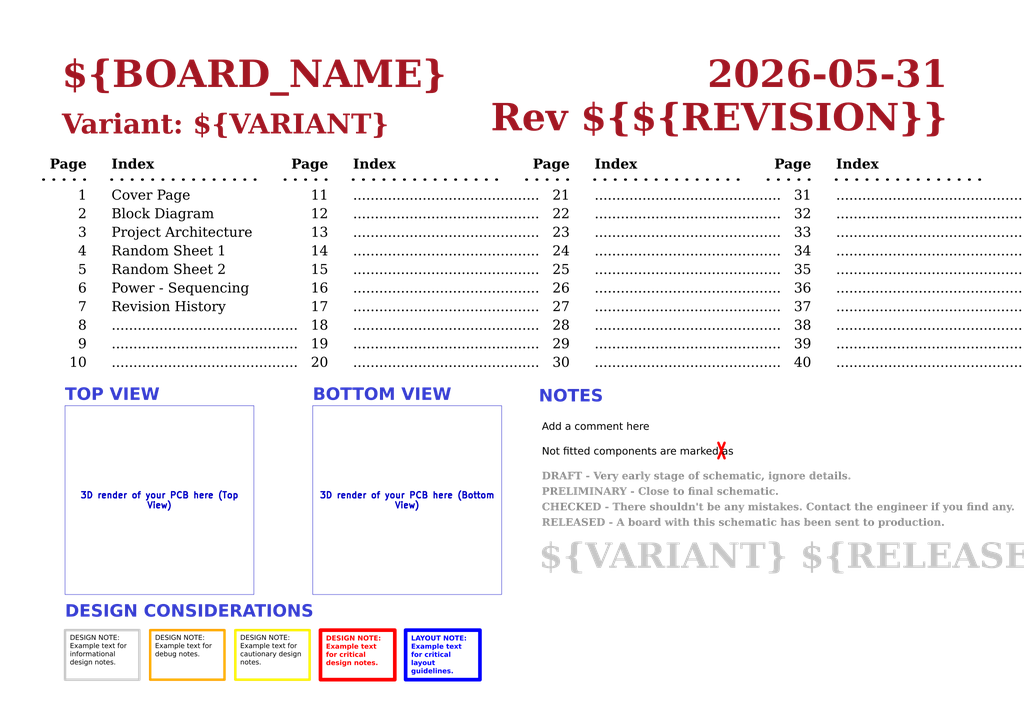
<source format=kicad_sch>
(kicad_sch
	(version 20250114)
	(generator "eeschema")
	(generator_version "9.0")
	(uuid "0650c7a8-acba-429c-9f8e-eec0baf0bc1c")
	(paper "A3")
	(title_block
		(title "Sheet Title A")
		(date "Last Modified Date")
		(rev "${REVISION}")
		(company "${COMPANY}")
	)
	(lib_symbols)
	(text "9"
		(exclude_from_sim no)
		(at 35.56 144.78 0)
		(effects
			(font
				(face "Times New Roman")
				(size 4 4)
				(color 0 0 0 1)
			)
			(justify right bottom)
			(href "#9")
		)
		(uuid "0171ecc8-df6f-418e-95ea-db73cf975716")
	)
	(text "BOTTOM VIEW"
		(exclude_from_sim no)
		(at 128.27 166.37 0)
		(effects
			(font
				(face "Arial")
				(size 5 5)
				(bold yes)
				(color 53 60 207 1)
			)
			(justify left bottom)
		)
		(uuid "041ff709-0f5e-466e-adab-d03afffd90b7")
	)
	(text "..........................................."
		(exclude_from_sim no)
		(at 243.84 99.06 0)
		(effects
			(font
				(face "Times New Roman")
				(size 4 4)
				(color 0 0 0 1)
			)
			(justify left bottom)
			(href "#23")
		)
		(uuid "0647f622-b644-4538-802a-42edf8cdccc5")
	)
	(text "13"
		(exclude_from_sim no)
		(at 134.62 99.06 0)
		(effects
			(font
				(face "Times New Roman")
				(size 4 4)
				(color 0 0 0 1)
			)
			(justify right bottom)
			(href "#13")
		)
		(uuid "09a9f005-609a-4854-9ba5-f5a5e7b8d7c7")
	)
	(text "RELEASED - A board with this schematic has been sent to production."
		(exclude_from_sim no)
		(at 222.25 217.17 0)
		(effects
			(font
				(face "Times New Roman")
				(size 3 3)
				(thickness 0.6)
				(bold yes)
				(color 140 140 140 1)
			)
			(justify left bottom)
		)
		(uuid "10cbc67f-d688-44d7-9e2b-bee41b99ad5c")
	)
	(text "Page"
		(exclude_from_sim no)
		(at 332.74 71.12 0)
		(effects
			(font
				(face "Times New Roman")
				(size 4 4)
				(bold yes)
				(color 0 0 0 1)
			)
			(justify right bottom)
		)
		(uuid "1b60c0cc-bf04-4615-8796-1ecc890b346a")
	)
	(text "TOP VIEW"
		(exclude_from_sim no)
		(at 26.67 166.37 0)
		(effects
			(font
				(face "Arial")
				(size 5 5)
				(bold yes)
				(color 53 60 207 1)
			)
			(justify left bottom)
		)
		(uuid "1c033b5c-f50d-4e0f-94c4-59e72fb244de")
	)
	(text "3"
		(exclude_from_sim no)
		(at 35.56 99.06 0)
		(effects
			(font
				(face "Times New Roman")
				(size 4 4)
				(color 0 0 0 1)
			)
			(justify right bottom)
			(href "#3")
		)
		(uuid "1dd16a1b-b3b8-42a1-b678-3a7b261e7284")
	)
	(text "38"
		(exclude_from_sim no)
		(at 332.74 137.16 0)
		(effects
			(font
				(face "Times New Roman")
				(size 4 4)
				(color 0 0 0 1)
			)
			(justify right bottom)
			(href "#38")
		)
		(uuid "2d20025d-61e4-451d-b51e-153fedc44d68")
	)
	(text "..........................................."
		(exclude_from_sim no)
		(at 45.72 152.4 0)
		(effects
			(font
				(face "Times New Roman")
				(size 4 4)
				(color 0 0 0 1)
			)
			(justify left bottom)
			(href "#10")
		)
		(uuid "2df49b6e-980f-4a01-ab23-c61ed27bd1b8")
	)
	(text "..........................................."
		(exclude_from_sim no)
		(at 45.72 144.78 0)
		(effects
			(font
				(face "Times New Roman")
				(size 4 4)
				(color 0 0 0 1)
			)
			(justify left bottom)
			(href "#9")
		)
		(uuid "319dfe95-cf7d-4b95-aa65-2f948d7bd6bc")
	)
	(text "..........................................."
		(exclude_from_sim no)
		(at 45.72 137.16 0)
		(effects
			(font
				(face "Times New Roman")
				(size 4 4)
				(color 0 0 0 1)
			)
			(justify left bottom)
			(href "#8")
		)
		(uuid "339f13bd-0896-43a1-925e-733e36e395bd")
	)
	(text "..........................................."
		(exclude_from_sim no)
		(at 144.78 121.92 0)
		(effects
			(font
				(face "Times New Roman")
				(size 4 4)
				(color 0 0 0 1)
			)
			(justify left bottom)
			(href "#16")
		)
		(uuid "34c28277-d6a5-4104-8740-b78485a8ff4c")
	)
	(text "1"
		(exclude_from_sim no)
		(at 35.56 83.82 0)
		(effects
			(font
				(face "Times New Roman")
				(size 4 4)
				(color 0 0 0 1)
			)
			(justify right bottom)
			(href "#1")
		)
		(uuid "3691ab49-6c05-4886-869a-12221f52fdee")
	)
	(text "Not fitted components are marked as"
		(exclude_from_sim no)
		(at 222.25 187.96 0)
		(effects
			(font
				(face "Arial")
				(size 3 3)
				(color 0 0 0 1)
			)
			(justify left bottom)
		)
		(uuid "3e121d9b-11e9-4895-9779-ade93d5b2a88")
	)
	(text "..........................................."
		(exclude_from_sim no)
		(at 243.84 152.4 0)
		(effects
			(font
				(face "Times New Roman")
				(size 4 4)
				(color 0 0 0 1)
			)
			(justify left bottom)
			(href "#30")
		)
		(uuid "41bb0f90-1135-4d50-9d44-9fb04444ecf6")
	)
	(text "Index"
		(exclude_from_sim no)
		(at 45.72 71.12 0)
		(effects
			(font
				(face "Times New Roman")
				(size 4 4)
				(bold yes)
				(color 0 0 0 1)
			)
			(justify left bottom)
		)
		(uuid "44841f0e-187c-41b9-a570-9f74973319c9")
	)
	(text "..........................................."
		(exclude_from_sim no)
		(at 144.78 99.06 0)
		(effects
			(font
				(face "Times New Roman")
				(size 4 4)
				(color 0 0 0 1)
			)
			(justify left bottom)
			(href "#13")
		)
		(uuid "461ef4aa-5f24-4935-a427-92bbc78a05f3")
	)
	(text "Index"
		(exclude_from_sim no)
		(at 144.78 71.12 0)
		(effects
			(font
				(face "Times New Roman")
				(size 4 4)
				(bold yes)
				(color 0 0 0 1)
			)
			(justify left bottom)
		)
		(uuid "4773b195-e777-483d-bd5a-5b18be14b485")
	)
	(text "27"
		(exclude_from_sim no)
		(at 233.68 129.54 0)
		(effects
			(font
				(face "Times New Roman")
				(size 4 4)
				(color 0 0 0 1)
			)
			(justify right bottom)
			(href "#27")
		)
		(uuid "47e5ef3a-a936-4417-8e04-a70df1a04676")
	)
	(text "15"
		(exclude_from_sim no)
		(at 134.62 114.3 0)
		(effects
			(font
				(face "Times New Roman")
				(size 4 4)
				(color 0 0 0 1)
			)
			(justify right bottom)
			(href "#15")
		)
		(uuid "48cae9b2-9935-4ee2-a962-685c04325434")
	)
	(text "6"
		(exclude_from_sim no)
		(at 35.56 121.92 0)
		(effects
			(font
				(face "Times New Roman")
				(size 4 4)
				(color 0 0 0 1)
			)
			(justify right bottom)
			(href "#6")
		)
		(uuid "4aa9b67c-c657-48d1-abb0-497faf20008a")
	)
	(text "PRELIMINARY - Close to final schematic."
		(exclude_from_sim no)
		(at 222.25 204.47 0)
		(effects
			(font
				(face "Times New Roman")
				(size 3 3)
				(thickness 0.6)
				(bold yes)
				(color 140 140 140 1)
			)
			(justify left bottom)
		)
		(uuid "4b75d6be-e2b4-4862-a5fd-f3239bff6734")
	)
	(text "24"
		(exclude_from_sim no)
		(at 233.68 106.68 0)
		(effects
			(font
				(face "Times New Roman")
				(size 4 4)
				(color 0 0 0 1)
			)
			(justify right bottom)
			(href "#24")
		)
		(uuid "4d10b8f7-ee9d-4539-987e-2871a213b2d6")
	)
	(text "${VARIANT} ${RELEASE_DATE}"
		(exclude_from_sim no)
		(at 220.98 237.49 0)
		(effects
			(font
				(face "Times New Roman")
				(size 10.16 10.16)
				(thickness 0.6)
				(bold yes)
				(color 200 200 200 1)
			)
			(justify left bottom)
		)
		(uuid "4f144e11-d681-45f3-b92d-dea6c28023e4")
	)
	(text "Page"
		(exclude_from_sim no)
		(at 35.56 71.12 0)
		(effects
			(font
				(face "Times New Roman")
				(size 4 4)
				(bold yes)
				(color 0 0 0 1)
			)
			(justify right bottom)
		)
		(uuid "5216de6a-28ab-4e49-a422-9fd32d8fed67")
	)
	(text "Random Sheet 1"
		(exclude_from_sim no)
		(at 45.72 106.68 0)
		(effects
			(font
				(face "Times New Roman")
				(size 4 4)
				(color 0 0 0 1)
			)
			(justify left bottom)
			(href "#4")
		)
		(uuid "547bb3ec-bec4-4b68-a38e-2ac56be29bd3")
	)
	(text "..........................................."
		(exclude_from_sim no)
		(at 243.84 129.54 0)
		(effects
			(font
				(face "Times New Roman")
				(size 4 4)
				(color 0 0 0 1)
			)
			(justify left bottom)
			(href "#27")
		)
		(uuid "598c6218-39d7-40a8-878a-842531c6a754")
	)
	(text "8"
		(exclude_from_sim no)
		(at 35.56 137.16 0)
		(effects
			(font
				(face "Times New Roman")
				(size 4 4)
				(color 0 0 0 1)
			)
			(justify right bottom)
			(href "#8")
		)
		(uuid "5dd35c87-2aeb-4c16-ab79-fbda71c4347a")
	)
	(text "14"
		(exclude_from_sim no)
		(at 134.62 106.68 0)
		(effects
			(font
				(face "Times New Roman")
				(size 4 4)
				(color 0 0 0 1)
			)
			(justify right bottom)
			(href "#14")
		)
		(uuid "5e529423-56be-4ad0-9794-38b960fa0634")
	)
	(text "..........................................."
		(exclude_from_sim no)
		(at 342.9 137.16 0)
		(effects
			(font
				(face "Times New Roman")
				(size 4 4)
				(color 0 0 0 1)
			)
			(justify left bottom)
			(href "#38")
		)
		(uuid "5ec61f31-3c66-4623-97e5-d26d3b9bb1be")
	)
	(text "..........................................."
		(exclude_from_sim no)
		(at 342.9 152.4 0)
		(effects
			(font
				(face "Times New Roman")
				(size 4 4)
				(color 0 0 0 1)
			)
			(justify left bottom)
			(href "#40")
		)
		(uuid "65f25bf1-cc7d-4807-9afa-0a0ac612f9b3")
	)
	(text "23"
		(exclude_from_sim no)
		(at 233.68 99.06 0)
		(effects
			(font
				(face "Times New Roman")
				(size 4 4)
				(color 0 0 0 1)
			)
			(justify right bottom)
			(href "#23")
		)
		(uuid "68aaa364-f788-45fb-b731-7b1eda7a6c6c")
	)
	(text "Index"
		(exclude_from_sim no)
		(at 243.84 71.12 0)
		(effects
			(font
				(face "Times New Roman")
				(size 4 4)
				(bold yes)
				(color 0 0 0 1)
			)
			(justify left bottom)
		)
		(uuid "6eee427d-5608-4f64-99d8-6d8e4391a6b0")
	)
	(text "..........................................."
		(exclude_from_sim no)
		(at 342.9 91.44 0)
		(effects
			(font
				(face "Times New Roman")
				(size 4 4)
				(color 0 0 0 1)
			)
			(justify left bottom)
			(href "#32")
		)
		(uuid "71058a62-023a-4e0a-b0c4-c0fb8bf95cc8")
	)
	(text "5"
		(exclude_from_sim no)
		(at 35.56 114.3 0)
		(effects
			(font
				(face "Times New Roman")
				(size 4 4)
				(color 0 0 0 1)
			)
			(justify right bottom)
			(href "#5")
		)
		(uuid "718e4830-a352-43f0-b9c5-1495032b5970")
	)
	(text "${CURRENT_DATE}"
		(exclude_from_sim no)
		(at 388.62 40.64 0)
		(effects
			(font
				(face "Times New Roman")
				(size 11 11)
				(thickness 1)
				(bold yes)
				(color 162 22 34 1)
			)
			(justify right bottom)
		)
		(uuid "752b8016-2b6c-433a-9e5a-755eac1f800d")
	)
	(text "26"
		(exclude_from_sim no)
		(at 233.68 121.92 0)
		(effects
			(font
				(face "Times New Roman")
				(size 4 4)
				(color 0 0 0 1)
			)
			(justify right bottom)
			(href "#26")
		)
		(uuid "78da4ba2-8c96-4e51-9a03-b14367dceea0")
	)
	(text "16"
		(exclude_from_sim no)
		(at 134.62 121.92 0)
		(effects
			(font
				(face "Times New Roman")
				(size 4 4)
				(color 0 0 0 1)
			)
			(justify right bottom)
			(href "#16")
		)
		(uuid "7a577aea-9c53-4431-8f38-6cd521e907d0")
	)
	(text "10"
		(exclude_from_sim no)
		(at 35.56 152.4 0)
		(effects
			(font
				(face "Times New Roman")
				(size 4 4)
				(color 0 0 0 1)
			)
			(justify right bottom)
			(href "#10")
		)
		(uuid "7caa34f0-df91-4ed4-bb8e-ff81315f8c93")
	)
	(text "35"
		(exclude_from_sim no)
		(at 332.74 114.3 0)
		(effects
			(font
				(face "Times New Roman")
				(size 4 4)
				(color 0 0 0 1)
			)
			(justify right bottom)
			(href "#35")
		)
		(uuid "7d4a16f6-fc91-424a-bffd-707dc25afa40")
	)
	(text "18"
		(exclude_from_sim no)
		(at 134.62 137.16 0)
		(effects
			(font
				(face "Times New Roman")
				(size 4 4)
				(color 0 0 0 1)
			)
			(justify right bottom)
			(href "#18")
		)
		(uuid "7d4de17d-b484-45d2-95af-1050fc297950")
	)
	(text "33"
		(exclude_from_sim no)
		(at 332.74 99.06 0)
		(effects
			(font
				(face "Times New Roman")
				(size 4 4)
				(color 0 0 0 1)
			)
			(justify right bottom)
			(href "#33")
		)
		(uuid "7fd97343-03c5-4f22-a59e-bc2d9fd9af23")
	)
	(text "Variant: ${VARIANT}"
		(exclude_from_sim no)
		(at 25.4 58.42 0)
		(effects
			(font
				(face "Times New Roman")
				(size 8 8)
				(thickness 1)
				(bold yes)
				(color 162 22 34 1)
			)
			(justify left bottom)
		)
		(uuid "832c6231-94ea-4718-8f70-96006b71efdf")
	)
	(text "4"
		(exclude_from_sim no)
		(at 35.56 106.68 0)
		(effects
			(font
				(face "Times New Roman")
				(size 4 4)
				(color 0 0 0 1)
			)
			(justify right bottom)
			(href "#4")
		)
		(uuid "8d802a1e-8c90-4592-9cec-00ce1173b8bd")
	)
	(text "11"
		(exclude_from_sim no)
		(at 134.62 83.82 0)
		(effects
			(font
				(face "Times New Roman")
				(size 4 4)
				(color 0 0 0 1)
			)
			(justify right bottom)
			(href "#11")
		)
		(uuid "8d827c06-285c-46bc-8024-d46f4098d9e5")
	)
	(text "Rev ${REVISION}"
		(exclude_from_sim no)
		(at 388.62 58.42 0)
		(effects
			(font
				(face "Times New Roman")
				(size 11 11)
				(thickness 1)
				(bold yes)
				(color 162 22 34 1)
			)
			(justify right bottom)
		)
		(uuid "9008c96f-82fa-4b3f-88a3-9ae35f59090b")
	)
	(text "..........................................."
		(exclude_from_sim no)
		(at 243.84 106.68 0)
		(effects
			(font
				(face "Times New Roman")
				(size 4 4)
				(color 0 0 0 1)
			)
			(justify left bottom)
			(href "#24")
		)
		(uuid "91ef4a1a-faaf-4d16-b090-6e6451092c3a")
	)
	(text "28"
		(exclude_from_sim no)
		(at 233.68 137.16 0)
		(effects
			(font
				(face "Times New Roman")
				(size 4 4)
				(color 0 0 0 1)
			)
			(justify right bottom)
			(href "#28")
		)
		(uuid "9310b062-10e2-49af-a22c-1c9854a7f3f0")
	)
	(text "..........................................."
		(exclude_from_sim no)
		(at 243.84 144.78 0)
		(effects
			(font
				(face "Times New Roman")
				(size 4 4)
				(color 0 0 0 1)
			)
			(justify left bottom)
			(href "#29")
		)
		(uuid "93713c73-3aba-4b0b-9f3c-b37ab3721f94")
	)
	(text "..........................................."
		(exclude_from_sim no)
		(at 243.84 91.44 0)
		(effects
			(font
				(face "Times New Roman")
				(size 4 4)
				(color 0 0 0 1)
			)
			(justify left bottom)
			(href "#22")
		)
		(uuid "93b242cb-0b6a-48cc-a920-659ba5a2d4b9")
	)
	(text "..........................................."
		(exclude_from_sim no)
		(at 342.9 144.78 0)
		(effects
			(font
				(face "Times New Roman")
				(size 4 4)
				(color 0 0 0 1)
			)
			(justify left bottom)
			(href "#39")
		)
		(uuid "9413d17b-fd74-4a56-8014-ec2904184d8a")
	)
	(text "Random Sheet 2"
		(exclude_from_sim no)
		(at 45.72 114.3 0)
		(effects
			(font
				(face "Times New Roman")
				(size 4 4)
				(color 0 0 0 1)
			)
			(justify left bottom)
			(href "#5")
		)
		(uuid "9413d28a-c2b4-4d73-ae2d-68b4717d1b67")
	)
	(text "Page"
		(exclude_from_sim no)
		(at 233.68 71.12 0)
		(effects
			(font
				(face "Times New Roman")
				(size 4 4)
				(bold yes)
				(color 0 0 0 1)
			)
			(justify right bottom)
		)
		(uuid "959ea2a5-595d-4c64-a44e-f0c1c6497852")
	)
	(text "..........................................."
		(exclude_from_sim no)
		(at 144.78 144.78 0)
		(effects
			(font
				(face "Times New Roman")
				(size 4 4)
				(color 0 0 0 1)
			)
			(justify left bottom)
			(href "#19")
		)
		(uuid "9d747571-2a3a-41dd-b7ab-0c07afaa5df1")
	)
	(text "..........................................."
		(exclude_from_sim no)
		(at 144.78 83.82 0)
		(effects
			(font
				(face "Times New Roman")
				(size 4 4)
				(color 0 0 0 1)
			)
			(justify left bottom)
			(href "#11")
		)
		(uuid "9e3e9ac8-468f-4f09-9650-682992859fd0")
	)
	(text "..........................................."
		(exclude_from_sim no)
		(at 144.78 129.54 0)
		(effects
			(font
				(face "Times New Roman")
				(size 4 4)
				(color 0 0 0 1)
			)
			(justify left bottom)
			(href "#17")
		)
		(uuid "a2bb1bed-8e4e-4038-8b4e-99f9457f4c30")
	)
	(text "31"
		(exclude_from_sim no)
		(at 332.74 83.82 0)
		(effects
			(font
				(face "Times New Roman")
				(size 4 4)
				(color 0 0 0 1)
			)
			(justify right bottom)
			(href "#31")
		)
		(uuid "a8eb70a2-f43e-480c-afdf-7e91507527a7")
	)
	(text "36"
		(exclude_from_sim no)
		(at 332.74 121.92 0)
		(effects
			(font
				(face "Times New Roman")
				(size 4 4)
				(color 0 0 0 1)
			)
			(justify right bottom)
			(href "#36")
		)
		(uuid "a95a57c3-0ec4-4b96-8edf-d46ee18a4a8e")
	)
	(text "..........................................."
		(exclude_from_sim no)
		(at 243.84 137.16 0)
		(effects
			(font
				(face "Times New Roman")
				(size 4 4)
				(color 0 0 0 1)
			)
			(justify left bottom)
			(href "#28")
		)
		(uuid "ad40278e-f3e6-4c25-8fa4-1f4e3918f822")
	)
	(text "22"
		(exclude_from_sim no)
		(at 233.68 91.44 0)
		(effects
			(font
				(face "Times New Roman")
				(size 4 4)
				(color 0 0 0 1)
			)
			(justify right bottom)
			(href "#22")
		)
		(uuid "ada746a9-1ac8-4ba5-b1f0-e040d6c0fa14")
	)
	(text "..........................................."
		(exclude_from_sim no)
		(at 144.78 114.3 0)
		(effects
			(font
				(face "Times New Roman")
				(size 4 4)
				(color 0 0 0 1)
			)
			(justify left bottom)
			(href "#15")
		)
		(uuid "ae6c0242-f9a8-4717-86dd-2d27e5dc9018")
	)
	(text "..........................................."
		(exclude_from_sim no)
		(at 342.9 83.82 0)
		(effects
			(font
				(face "Times New Roman")
				(size 4 4)
				(color 0 0 0 1)
			)
			(justify left bottom)
			(href "#31")
		)
		(uuid "b39085c9-1ebe-4dab-a6c1-54ab08707fbf")
	)
	(text "25"
		(exclude_from_sim no)
		(at 233.68 114.3 0)
		(effects
			(font
				(face "Times New Roman")
				(size 4 4)
				(color 0 0 0 1)
			)
			(justify right bottom)
			(href "#25")
		)
		(uuid "b3f10ccd-dd30-4e1a-9a39-191e590211cc")
	)
	(text "${BOARD_NAME}"
		(exclude_from_sim no)
		(at 25.4 40.64 0)
		(effects
			(font
				(face "Times New Roman")
				(size 11 11)
				(thickness 1)
				(bold yes)
				(color 162 22 34 1)
			)
			(justify left bottom)
		)
		(uuid "b5491481-138f-4748-8f60-dc51e3284b98")
	)
	(text "..........................................."
		(exclude_from_sim no)
		(at 243.84 121.92 0)
		(effects
			(font
				(face "Times New Roman")
				(size 4 4)
				(color 0 0 0 1)
			)
			(justify left bottom)
			(href "#26")
		)
		(uuid "b55022f1-bde3-45d1-ab63-474a18aef763")
	)
	(text "..........................................."
		(exclude_from_sim no)
		(at 342.9 106.68 0)
		(effects
			(font
				(face "Times New Roman")
				(size 4 4)
				(color 0 0 0 1)
			)
			(justify left bottom)
			(href "#34")
		)
		(uuid "b5c8bc07-6a7e-4ec3-955b-9e6a13622c4e")
	)
	(text "37"
		(exclude_from_sim no)
		(at 332.74 129.54 0)
		(effects
			(font
				(face "Times New Roman")
				(size 4 4)
				(color 0 0 0 1)
			)
			(justify right bottom)
			(href "#37")
		)
		(uuid "baff535e-40df-4979-8ad1-9d6e8282e1a0")
	)
	(text "Page"
		(exclude_from_sim no)
		(at 134.62 71.12 0)
		(effects
			(font
				(face "Times New Roman")
				(size 4 4)
				(bold yes)
				(color 0 0 0 1)
			)
			(justify right bottom)
		)
		(uuid "beb5ee3d-ad62-4c0c-ab18-390f8e3c78c4")
	)
	(text "DRAFT - Very early stage of schematic, ignore details."
		(exclude_from_sim no)
		(at 222.25 198.12 0)
		(effects
			(font
				(face "Times New Roman")
				(size 3 3)
				(thickness 0.6)
				(bold yes)
				(color 140 140 140 1)
			)
			(justify left bottom)
		)
		(uuid "c1828499-d221-4dc2-9c7b-c9d850654d5e")
	)
	(text "..........................................."
		(exclude_from_sim no)
		(at 144.78 106.68 0)
		(effects
			(font
				(face "Times New Roman")
				(size 4 4)
				(color 0 0 0 1)
			)
			(justify left bottom)
			(href "#14")
		)
		(uuid "c492727f-a5a2-4efb-9f13-b55fb4c5125a")
	)
	(text "Index"
		(exclude_from_sim no)
		(at 342.9 71.12 0)
		(effects
			(font
				(face "Times New Roman")
				(size 4 4)
				(bold yes)
				(color 0 0 0 1)
			)
			(justify left bottom)
		)
		(uuid "c52bc9e5-2c42-41e6-ae08-fabef868928a")
	)
	(text "Power - Sequencing"
		(exclude_from_sim no)
		(at 45.72 121.92 0)
		(effects
			(font
				(face "Times New Roman")
				(size 4 4)
				(color 0 0 0 1)
			)
			(justify left bottom)
			(href "#6")
		)
		(uuid "c787ff5d-5d58-4a12-8967-dc99673505b9")
	)
	(text "..........................................."
		(exclude_from_sim no)
		(at 342.9 121.92 0)
		(effects
			(font
				(face "Times New Roman")
				(size 4 4)
				(color 0 0 0 1)
			)
			(justify left bottom)
			(href "#36")
		)
		(uuid "c8a13f8e-6347-4971-97e9-3bbacc8fb0b5")
	)
	(text "..........................................."
		(exclude_from_sim no)
		(at 342.9 114.3 0)
		(effects
			(font
				(face "Times New Roman")
				(size 4 4)
				(color 0 0 0 1)
			)
			(justify left bottom)
			(href "#35")
		)
		(uuid "c932f64b-e011-46ca-8efc-bb2f186e8b13")
	)
	(text "Block Diagram"
		(exclude_from_sim no)
		(at 45.72 91.44 0)
		(effects
			(font
				(face "Times New Roman")
				(size 4 4)
				(color 0 0 0 1)
			)
			(justify left bottom)
			(href "#2")
		)
		(uuid "caeb7f52-f34e-4432-b129-9207069a1ad5")
	)
	(text "19"
		(exclude_from_sim no)
		(at 134.62 144.78 0)
		(effects
			(font
				(face "Times New Roman")
				(size 4 4)
				(color 0 0 0 1)
			)
			(justify right bottom)
			(href "#19")
		)
		(uuid "cbf7eaea-8009-4ccd-9079-9d687b9a3603")
	)
	(text "30"
		(exclude_from_sim no)
		(at 233.68 152.4 0)
		(effects
			(font
				(face "Times New Roman")
				(size 4 4)
				(color 0 0 0 1)
			)
			(justify right bottom)
			(href "#30")
		)
		(uuid "cea38a57-40f7-465f-b054-ff626e3218d0")
	)
	(text "7"
		(exclude_from_sim no)
		(at 35.56 129.54 0)
		(effects
			(font
				(face "Times New Roman")
				(size 4 4)
				(color 0 0 0 1)
			)
			(justify right bottom)
			(href "#7")
		)
		(uuid "cf9779c0-4a62-4a6f-9127-07f6919e9e8d")
	)
	(text "..........................................."
		(exclude_from_sim no)
		(at 243.84 114.3 0)
		(effects
			(font
				(face "Times New Roman")
				(size 4 4)
				(color 0 0 0 1)
			)
			(justify left bottom)
			(href "#25")
		)
		(uuid "d06fb69a-43a5-466c-8174-3edde239a7c0")
	)
	(text "12"
		(exclude_from_sim no)
		(at 134.62 91.44 0)
		(effects
			(font
				(face "Times New Roman")
				(size 4 4)
				(color 0 0 0 1)
			)
			(justify right bottom)
			(href "#12")
		)
		(uuid "d450aa41-7115-44ab-9cc7-2fa118545b00")
	)
	(text "21"
		(exclude_from_sim no)
		(at 233.68 83.82 0)
		(effects
			(font
				(face "Times New Roman")
				(size 4 4)
				(color 0 0 0 1)
			)
			(justify right bottom)
			(href "#21")
		)
		(uuid "d7ac5948-93ba-4038-95c3-cb73c27df74a")
	)
	(text "Add a comment here"
		(exclude_from_sim no)
		(at 222.25 177.8 0)
		(effects
			(font
				(face "Arial")
				(size 3 3)
				(color 0 0 0 1)
			)
			(justify left bottom)
		)
		(uuid "d8d8425a-4141-4ddb-8e75-262db2d23ce8")
	)
	(text "2"
		(exclude_from_sim no)
		(at 35.56 91.44 0)
		(effects
			(font
				(face "Times New Roman")
				(size 4 4)
				(color 0 0 0 1)
			)
			(justify right bottom)
			(href "#2")
		)
		(uuid "dca5e168-6a76-4eb2-b335-e6c030ded824")
	)
	(text "39"
		(exclude_from_sim no)
		(at 332.74 144.78 0)
		(effects
			(font
				(face "Times New Roman")
				(size 4 4)
				(color 0 0 0 1)
			)
			(justify right bottom)
			(href "#39")
		)
		(uuid "e216870b-45fe-49b3-8e55-d9668eb9df44")
	)
	(text "..........................................."
		(exclude_from_sim no)
		(at 144.78 137.16 0)
		(effects
			(font
				(face "Times New Roman")
				(size 4 4)
				(color 0 0 0 1)
			)
			(justify left bottom)
			(href "#18")
		)
		(uuid "e518f3ad-92c7-4755-8883-22916bfc7d1f")
	)
	(text "..........................................."
		(exclude_from_sim no)
		(at 342.9 99.06 0)
		(effects
			(font
				(face "Times New Roman")
				(size 4 4)
				(color 0 0 0 1)
			)
			(justify left bottom)
			(href "#33")
		)
		(uuid "e5564811-ffd2-4bd9-9644-ff1dc80ebf87")
	)
	(text "..........................................."
		(exclude_from_sim no)
		(at 144.78 152.4 0)
		(effects
			(font
				(face "Times New Roman")
				(size 4 4)
				(color 0 0 0 1)
			)
			(justify left bottom)
			(href "#20")
		)
		(uuid "e58de9a8-7551-4002-91cc-eb758bb6876c")
	)
	(text "34"
		(exclude_from_sim no)
		(at 332.74 106.68 0)
		(effects
			(font
				(face "Times New Roman")
				(size 4 4)
				(color 0 0 0 1)
			)
			(justify right bottom)
			(href "#34")
		)
		(uuid "e60ef77b-a7db-4a46-901f-5793e4acc58b")
	)
	(text "29"
		(exclude_from_sim no)
		(at 233.68 144.78 0)
		(effects
			(font
				(face "Times New Roman")
				(size 4 4)
				(color 0 0 0 1)
			)
			(justify right bottom)
			(href "#29")
		)
		(uuid "e83f0c3e-ac1d-4432-a8de-ba5a2be8aa4a")
	)
	(text "Cover Page"
		(exclude_from_sim no)
		(at 45.72 83.82 0)
		(effects
			(font
				(face "Times New Roman")
				(size 4 4)
				(color 0 0 0 1)
			)
			(justify left bottom)
			(href "#1")
		)
		(uuid "e9964413-67ff-4f53-b58c-608277db6779")
	)
	(text "NOTES"
		(exclude_from_sim no)
		(at 220.98 167.005 0)
		(effects
			(font
				(face "Arial")
				(size 5 5)
				(bold yes)
				(color 53 60 207 1)
			)
			(justify left bottom)
		)
		(uuid "ecd14d51-7267-460d-9460-6bae137b0c37")
	)
	(text "..........................................."
		(exclude_from_sim no)
		(at 144.78 91.44 0)
		(effects
			(font
				(face "Times New Roman")
				(size 4 4)
				(color 0 0 0 1)
			)
			(justify left bottom)
			(href "#12")
		)
		(uuid "ecd5e3bc-c1c8-4595-a242-64b07df33fd4")
	)
	(text "Project Architecture"
		(exclude_from_sim no)
		(at 45.72 99.06 0)
		(effects
			(font
				(face "Times New Roman")
				(size 4 4)
				(color 0 0 0 1)
			)
			(justify left bottom)
			(href "#3")
		)
		(uuid "ed9f4e44-7881-47b3-83af-17eb3de0e161")
	)
	(text "CHECKED - There shouldn't be any mistakes. Contact the engineer if you find any."
		(exclude_from_sim no)
		(at 222.25 210.82 0)
		(effects
			(font
				(face "Times New Roman")
				(size 3 3)
				(thickness 0.6)
				(bold yes)
				(color 140 140 140 1)
			)
			(justify left bottom)
		)
		(uuid "ee4bfbd2-ceac-40c9-847b-b15b18b07c08")
	)
	(text "..........................................."
		(exclude_from_sim no)
		(at 243.84 83.82 0)
		(effects
			(font
				(face "Times New Roman")
				(size 4 4)
				(color 0 0 0 1)
			)
			(justify left bottom)
			(href "#21")
		)
		(uuid "f14c049f-0636-49aa-a70f-0262bf1a57bc")
	)
	(text "20"
		(exclude_from_sim no)
		(at 134.62 152.4 0)
		(effects
			(font
				(face "Times New Roman")
				(size 4 4)
				(color 0 0 0 1)
			)
			(justify right bottom)
			(href "#20")
		)
		(uuid "f17fa600-4ea0-4482-a965-d781b27fd052")
	)
	(text "32"
		(exclude_from_sim no)
		(at 332.74 91.44 0)
		(effects
			(font
				(face "Times New Roman")
				(size 4 4)
				(color 0 0 0 1)
			)
			(justify right bottom)
			(href "#32")
		)
		(uuid "f7f416e4-86a9-4d8f-ac0d-80443c165632")
	)
	(text "..........................................."
		(exclude_from_sim no)
		(at 342.9 129.54 0)
		(effects
			(font
				(face "Times New Roman")
				(size 4 4)
				(color 0 0 0 1)
			)
			(justify left bottom)
			(href "#37")
		)
		(uuid "f8fd86d8-ca92-4fd2-9536-487e6832d844")
	)
	(text "DESIGN CONSIDERATIONS"
		(exclude_from_sim no)
		(at 26.67 255.27 0)
		(effects
			(font
				(face "Arial")
				(size 5 5)
				(bold yes)
				(color 53 60 207 1)
			)
			(justify left bottom)
		)
		(uuid "fb09f930-25b6-4039-89ae-42d9d443b49d")
	)
	(text "40"
		(exclude_from_sim no)
		(at 332.74 152.4 0)
		(effects
			(font
				(face "Times New Roman")
				(size 4 4)
				(color 0 0 0 1)
			)
			(justify right bottom)
			(href "#40")
		)
		(uuid "fe1f4464-8466-41a3-95c1-bacdc38614fb")
	)
	(text "Revision History"
		(exclude_from_sim no)
		(at 45.72 129.54 0)
		(effects
			(font
				(face "Times New Roman")
				(size 4 4)
				(color 0 0 0 1)
			)
			(justify left bottom)
			(href "#7")
		)
		(uuid "ff95cd70-408a-4656-b808-dabd546affbd")
	)
	(text "17"
		(exclude_from_sim no)
		(at 134.62 129.54 0)
		(effects
			(font
				(face "Times New Roman")
				(size 4 4)
				(color 0 0 0 1)
			)
			(justify right bottom)
			(href "#17")
		)
		(uuid "ffcd9e5c-5c93-423a-9ccc-e0af67821852")
	)
	(text_box "3D render of your PCB here (Bottom View)"
		(exclude_from_sim no)
		(at 128.27 166.37 0)
		(size 77.47 77.47)
		(margins 1.905 1.905 1.905 1.905)
		(stroke
			(width 0)
			(type default)
		)
		(fill
			(type none)
		)
		(effects
			(font
				(size 2.54 2.54)
				(thickness 0.508)
				(bold yes)
			)
		)
		(uuid "0c38d11f-bb11-46db-a91c-ebc0b30e95f5")
	)
	(text_box "3D render of your PCB here (Top View)"
		(exclude_from_sim no)
		(at 26.67 166.37 0)
		(size 77.47 77.47)
		(margins 1.905 1.905 1.905 1.905)
		(stroke
			(width 0)
			(type default)
		)
		(fill
			(type none)
		)
		(effects
			(font
				(size 2.54 2.54)
				(thickness 0.508)
				(bold yes)
			)
		)
		(uuid "2d015f2a-bc39-4866-bbd9-40b03d497a26")
	)
	(text_box "Metadata can be set in File → Schematic Setup → Project → Text Variables"
		(exclude_from_sim no)
		(at 8.89 300.99 0)
		(size 119.38 6.35)
		(margins 1.9049 1.9049 1.9049 1.9049)
		(stroke
			(width -0.0001)
			(type default)
		)
		(fill
			(type none)
		)
		(effects
			(font
				(size 2.54 2.54)
				(thickness 0.381)
				(bold yes)
				(color 0 0 0 1)
			)
			(justify right top)
		)
		(uuid "4d4fc8f9-28d9-4b33-b78d-b00f0a2b33ca")
	)
	(text_box "DESIGN NOTE:\nExample text for informational design notes."
		(exclude_from_sim no)
		(at 26.67 258.445 0)
		(size 30.48 20.32)
		(margins 2 2 2 2)
		(stroke
			(width 1)
			(type solid)
			(color 200 200 200 1)
		)
		(fill
			(type none)
		)
		(effects
			(font
				(face "Arial")
				(size 2 2)
				(color 0 0 0 1)
			)
			(justify left top)
		)
		(uuid "60b6a08c-a542-468e-b79f-aa4a2aa0e9e7")
	)
	(text_box "LAYOUT NOTE:\nExample text for critical layout guidelines."
		(exclude_from_sim no)
		(at 166.37 258.445 0)
		(size 30.48 20.32)
		(margins 2.25 2.25 2.25 2.25)
		(stroke
			(width 1.5)
			(type solid)
			(color 0 0 255 1)
		)
		(fill
			(type none)
		)
		(effects
			(font
				(face "Arial")
				(size 2 2)
				(thickness 0.4)
				(bold yes)
				(color 0 0 255 1)
			)
			(justify left top)
		)
		(uuid "b2648603-9b19-4c01-9621-49d92c5b8a6e")
	)
	(text_box "DESIGN NOTE:\nExample text for cautionary design notes."
		(exclude_from_sim no)
		(at 96.52 258.445 0)
		(size 30.48 20.32)
		(margins 2 2 2 2)
		(stroke
			(width 1)
			(type solid)
			(color 250 236 0 1)
		)
		(fill
			(type none)
		)
		(effects
			(font
				(face "Arial")
				(size 2 2)
				(color 0 0 0 1)
			)
			(justify left top)
		)
		(uuid "c7ec7f64-f5b0-4d3e-9743-7d40c3e23ecf")
	)
	(text_box "DESIGN NOTE:\nExample text for debug notes."
		(exclude_from_sim no)
		(at 61.595 258.445 0)
		(size 30.48 20.32)
		(margins 2 2 2 2)
		(stroke
			(width 1)
			(type solid)
			(color 255 165 0 1)
		)
		(fill
			(type none)
		)
		(effects
			(font
				(face "Arial")
				(size 2 2)
				(color 0 0 0 1)
			)
			(justify left top)
		)
		(uuid "c8bf2561-6ede-45f0-9b2e-12af2dfee13b")
	)
	(text_box "DESIGN NOTE:\nExample text for critical design notes."
		(exclude_from_sim no)
		(at 131.445 258.445 0)
		(size 30.48 20.32)
		(margins 2.25 2.25 2.25 2.25)
		(stroke
			(width 1.5)
			(type solid)
			(color 255 0 0 1)
		)
		(fill
			(type none)
		)
		(effects
			(font
				(face "Arial")
				(size 2 2)
				(thickness 0.4)
				(bold yes)
				(color 255 0 0 1)
			)
			(justify left top)
		)
		(uuid "d03e1008-e371-461f-a9f2-320d8a2b7341")
	)
	(polyline
		(pts
			(xy 215.9 73.66) (xy 233.68 73.66)
		)
		(stroke
			(width 1)
			(type dot)
			(color 0 0 0 1)
		)
		(uuid "024689d9-b8ca-41ae-b55d-6ff207f6e101")
	)
	(polyline
		(pts
			(xy 297.18 181.61) (xy 294.64 187.96)
		)
		(stroke
			(width 1)
			(type default)
			(color 255 0 0 1)
		)
		(uuid "4ae2cac4-7676-4a8d-91c4-c6c6f4585019")
	)
	(polyline
		(pts
			(xy 45.72 73.66) (xy 106.68 73.66)
		)
		(stroke
			(width 1)
			(type dot)
			(color 0 0 0 1)
		)
		(uuid "594379bc-c052-4d2e-996b-8b5c1a0857fd")
	)
	(polyline
		(pts
			(xy 342.9 73.66) (xy 403.86 73.66)
		)
		(stroke
			(width 1)
			(type dot)
			(color 0 0 0 1)
		)
		(uuid "8ca04e4f-914f-46ae-b7bb-c241f34f0be3")
	)
	(polyline
		(pts
			(xy 243.84 73.66) (xy 304.8 73.66)
		)
		(stroke
			(width 1)
			(type dot)
			(color 0 0 0 1)
		)
		(uuid "90aedf20-3619-4eea-9142-e5201cfa9329")
	)
	(polyline
		(pts
			(xy 116.84 73.66) (xy 134.62 73.66)
		)
		(stroke
			(width 1)
			(type dot)
			(color 0 0 0 1)
		)
		(uuid "aa27a991-1dd0-4ddb-a292-69ddc074d2fe")
	)
	(polyline
		(pts
			(xy 17.78 73.66) (xy 35.56 73.66)
		)
		(stroke
			(width 1)
			(type dot)
			(color 0 0 0 1)
		)
		(uuid "aefa0f5d-e237-48a6-8d0d-7925958d23a4")
	)
	(polyline
		(pts
			(xy 294.64 181.61) (xy 297.18 187.96)
		)
		(stroke
			(width 1)
			(type default)
			(color 255 0 0 1)
		)
		(uuid "b16ef1e7-4b58-4125-810d-81e7071984f8")
	)
	(polyline
		(pts
			(xy 144.78 73.66) (xy 205.74 73.66)
		)
		(stroke
			(width 1)
			(type dot)
			(color 0 0 0 1)
		)
		(uuid "d03f8f3f-5543-483d-a054-040e77e06c0e")
	)
	(polyline
		(pts
			(xy 314.96 73.66) (xy 332.74 73.66)
		)
		(stroke
			(width 1)
			(type dot)
			(color 0 0 0 1)
		)
		(uuid "f1ab5a98-3d21-4c83-b2d8-cfe1793d64cb")
	)
	(sheet
		(at 299.72 302.26)
		(size 35.56 5.08)
		(exclude_from_sim no)
		(in_bom yes)
		(on_board yes)
		(dnp no)
		(stroke
			(width 0.1524)
			(type solid)
		)
		(fill
			(color 0 0 0 0.0000)
		)
		(uuid "de68a101-7eef-4ba8-abb4-14d03adb087f")
		(property "Sheetname" "Block Diagram"
			(at 299.72 301.2309 0)
			(effects
				(font
					(face "Times New Roman")
					(size 1.905 1.905)
					(bold yes)
					(color 0 0 0 1)
				)
				(justify left bottom)
			)
		)
		(property "Sheetfile" "Block Diagram.kicad_sch"
			(at 300.99 303.53 0)
			(effects
				(font
					(face "Arial")
					(size 1.27 1.27)
				)
				(justify left top)
			)
		)
		(instances
			(project "COMET1_CCT"
				(path "/0650c7a8-acba-429c-9f8e-eec0baf0bc1c"
					(page "2")
				)
			)
		)
	)
	(sheet
		(at 299.72 313.69)
		(size 35.56 5.08)
		(exclude_from_sim no)
		(in_bom yes)
		(on_board yes)
		(dnp no)
		(stroke
			(width 0.1524)
			(type solid)
		)
		(fill
			(color 0 0 0 0.0000)
		)
		(uuid "fede4c36-00cc-4d3d-b71c-5243ba232202")
		(property "Sheetname" "CCT Board Schematic"
			(at 299.72 312.6609 0)
			(effects
				(font
					(face "Times New Roman")
					(size 1.905 1.905)
					(bold yes)
					(color 0 0 0 1)
				)
				(justify left bottom)
			)
		)
		(property "Sheetfile" "CCT Board Schematic.kicad_sch"
			(at 300.99 314.96 0)
			(effects
				(font
					(face "Arial")
					(size 1.27 1.27)
				)
				(justify left top)
			)
		)
		(instances
			(project "COMET1_CCT"
				(path "/0650c7a8-acba-429c-9f8e-eec0baf0bc1c"
					(page "3")
				)
			)
		)
	)
	(sheet_instances
		(path "/"
			(page "1")
		)
	)
	(embedded_fonts no)
)

</source>
